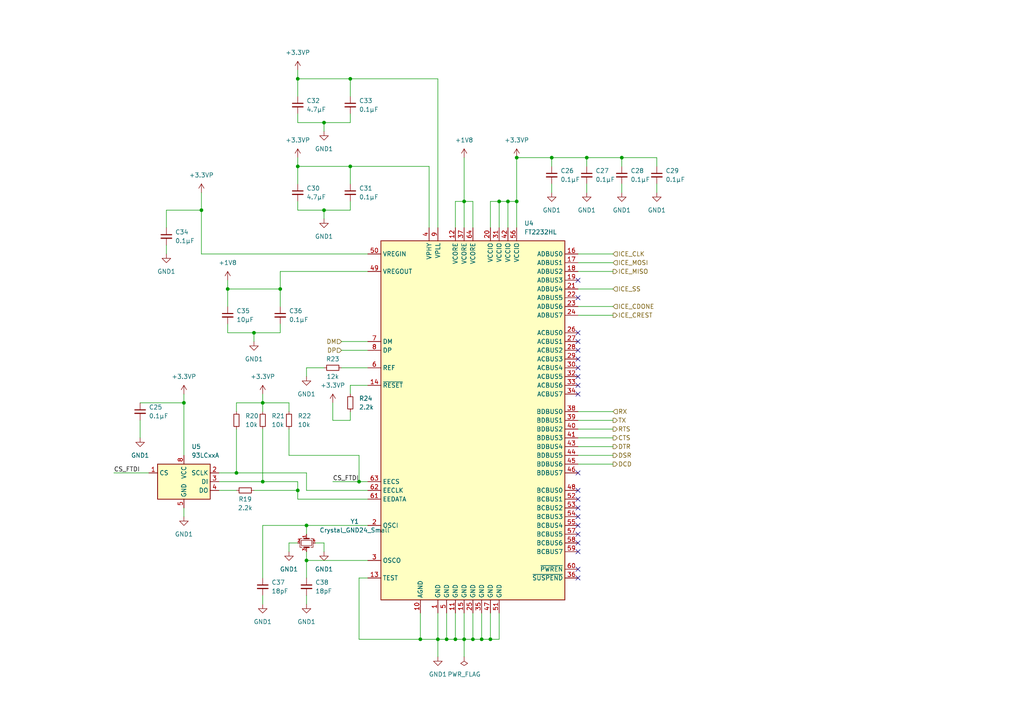
<source format=kicad_sch>
(kicad_sch (version 20230121) (generator eeschema)
  (paper "A4")
  (lib_symbols
    (symbol "Device:C_Small" (pin_numbers hide) (pin_names (offset 0.254) hide)
      (property "Reference" "C" (at 0.254 1.778 0))
      (property "Value" "C_Small" (at 0.254 -2.032 0))
      (symbol "C_Small_0_1"
        (polyline (pts (xy -1.524 -0.508) (xy 1.524 -0.508)) (stroke (width 0.3302)))
        (polyline (pts (xy -1.524 0.508) (xy 1.524 0.508)) (stroke (width 0.3048)))
      )
      (symbol "C_Small_1_1"
        (pin passive line (at 0 2.54 270) (length 2.032) (name "~") (number "1"))
        (pin passive line (at 0 -2.54 90) (length 2.032) (name "~") (number "2"))
      )
    )
    (symbol "Device:Crystal_GND24_Small" (pin_names (offset 1.016) hide)
      (property "Reference" "Y" (at 1.27 4.445 0))
      (property "Value" "Crystal_GND24_Small" (at 1.27 2.54 0))
      (symbol "Crystal_GND24_Small_0_1"
        (rectangle (start -0.762 -1.524) (end 0.762 1.524))
        (polyline (pts (xy -1.27 -0.762) (xy -1.27 0.762)) (stroke (width 0.381)))
        (polyline (pts (xy 1.27 -0.762) (xy 1.27 0.762)) (stroke (width 0.381)))
        (polyline (pts (xy -1.27 -1.27) (xy -1.27 -1.905) (xy 1.27 -1.905) (xy 1.27 -1.27)))
        (polyline (pts (xy -1.27 1.27) (xy -1.27 1.905) (xy 1.27 1.905) (xy 1.27 1.27)))
      )
      (symbol "Crystal_GND24_Small_1_1"
        (pin passive line (at -2.54 0 0) (length 1.27) (name "1") (number "1"))
        (pin passive line (at 0 -2.54 90) (length 0.635) (name "2") (number "2"))
        (pin passive line (at 2.54 0 180) (length 1.27) (name "3") (number "3"))
        (pin passive line (at 0 2.54 270) (length 0.635) (name "4") (number "4"))
      )
    )
    (symbol "Device:R_Small" (pin_numbers hide) (pin_names (offset 0.254) hide)
      (property "Reference" "R" (at 0.762 0.508 0))
      (property "Value" "R_Small" (at 0.762 -1.016 0))
      (symbol "R_Small_0_1"
        (rectangle (start -0.762 1.778) (end 0.762 -1.778) (stroke (width 0.2032)))
      )
      (symbol "R_Small_1_1"
        (pin passive line (at 0 2.54 270) (length 0.762) (name "~") (number "1"))
        (pin passive line (at 0 -2.54 90) (length 0.762) (name "~") (number "2"))
      )
    )
    (symbol "Interface_USB:FT2232HL"
      (property "Reference" "U" (at -26.67 53.34 0))
      (property "Value" "FT2232HL" (at 19.05 53.34 0))
      (symbol "FT2232HL_0_1"
        (rectangle (start -26.67 -52.07) (end 26.67 52.07) (stroke (width 0.254)) (fill (type background)))
      )
      (symbol "FT2232HL_1_1"
        (pin power_in line (at -10.16 -55.88 90) (length 3.81) (name "GND") (number "1"))
        (pin power_in line (at -15.24 -55.88 90) (length 3.81) (name "AGND") (number "10"))
        (pin power_in line (at -5.08 -55.88 90) (length 3.81) (name "GND") (number "11"))
        (pin power_in line (at -5.08 55.88 270) (length 3.81) (name "VCORE") (number "12"))
        (pin input line (at -30.48 -45.72 0) (length 3.81) (name "TEST") (number "13"))
        (pin input line (at -30.48 10.16 0) (length 3.81) (name "~{RESET}") (number "14"))
        (pin power_in line (at -2.54 -55.88 90) (length 3.81) (name "GND") (number "15"))
        (pin bidirectional line (at 30.48 48.26 180) (length 3.81) (name "ADBUS0") (number "16"))
        (pin bidirectional line (at 30.48 45.72 180) (length 3.81) (name "ADBUS1") (number "17"))
        (pin bidirectional line (at 30.48 43.18 180) (length 3.81) (name "ADBUS2") (number "18"))
        (pin bidirectional line (at 30.48 40.64 180) (length 3.81) (name "ADBUS3") (number "19"))
        (pin input line (at -30.48 -30.48 0) (length 3.81) (name "OSCI") (number "2"))
        (pin power_in line (at 5.08 55.88 270) (length 3.81) (name "VCCIO") (number "20"))
        (pin bidirectional line (at 30.48 38.1 180) (length 3.81) (name "ADBUS4") (number "21"))
        (pin bidirectional line (at 30.48 35.56 180) (length 3.81) (name "ADBUS5") (number "22"))
        (pin bidirectional line (at 30.48 33.02 180) (length 3.81) (name "ADBUS6") (number "23"))
        (pin bidirectional line (at 30.48 30.48 180) (length 3.81) (name "ADBUS7") (number "24"))
        (pin power_in line (at 0 -55.88 90) (length 3.81) (name "GND") (number "25"))
        (pin bidirectional line (at 30.48 25.4 180) (length 3.81) (name "ACBUS0") (number "26"))
        (pin bidirectional line (at 30.48 22.86 180) (length 3.81) (name "ACBUS1") (number "27"))
        (pin bidirectional line (at 30.48 20.32 180) (length 3.81) (name "ACBUS2") (number "28"))
        (pin bidirectional line (at 30.48 17.78 180) (length 3.81) (name "ACBUS3") (number "29"))
        (pin output line (at -30.48 -40.64 0) (length 3.81) (name "OSCO") (number "3"))
        (pin bidirectional line (at 30.48 15.24 180) (length 3.81) (name "ACBUS4") (number "30"))
        (pin power_in line (at 7.62 55.88 270) (length 3.81) (name "VCCIO") (number "31"))
        (pin bidirectional line (at 30.48 12.7 180) (length 3.81) (name "ACBUS5") (number "32"))
        (pin bidirectional line (at 30.48 10.16 180) (length 3.81) (name "ACBUS6") (number "33"))
        (pin bidirectional line (at 30.48 7.62 180) (length 3.81) (name "ACBUS7") (number "34"))
        (pin power_in line (at 2.54 -55.88 90) (length 3.81) (name "GND") (number "35"))
        (pin output line (at 30.48 -45.72 180) (length 3.81) (name "~{SUSPEND}") (number "36"))
        (pin power_in line (at -2.54 55.88 270) (length 3.81) (name "VCORE") (number "37"))
        (pin bidirectional line (at 30.48 2.54 180) (length 3.81) (name "BDBUS0") (number "38"))
        (pin bidirectional line (at 30.48 0 180) (length 3.81) (name "BDBUS1") (number "39"))
        (pin power_in line (at -12.7 55.88 270) (length 3.81) (name "VPHY") (number "4"))
        (pin bidirectional line (at 30.48 -2.54 180) (length 3.81) (name "BDBUS2") (number "40"))
        (pin bidirectional line (at 30.48 -5.08 180) (length 3.81) (name "BDBUS3") (number "41"))
        (pin power_in line (at 10.16 55.88 270) (length 3.81) (name "VCCIO") (number "42"))
        (pin bidirectional line (at 30.48 -7.62 180) (length 3.81) (name "BDBUS4") (number "43"))
        (pin bidirectional line (at 30.48 -10.16 180) (length 3.81) (name "BDBUS5") (number "44"))
        (pin bidirectional line (at 30.48 -12.7 180) (length 3.81) (name "BDBUS6") (number "45"))
        (pin bidirectional line (at 30.48 -15.24 180) (length 3.81) (name "BDBUS7") (number "46"))
        (pin power_in line (at 5.08 -55.88 90) (length 3.81) (name "GND") (number "47"))
        (pin bidirectional line (at 30.48 -20.32 180) (length 3.81) (name "BCBUS0") (number "48"))
        (pin power_out line (at -30.48 43.18 0) (length 3.81) (name "VREGOUT") (number "49"))
        (pin power_in line (at -7.62 -55.88 90) (length 3.81) (name "GND") (number "5"))
        (pin power_in line (at -30.48 48.26 0) (length 3.81) (name "VREGIN") (number "50"))
        (pin power_in line (at 7.62 -55.88 90) (length 3.81) (name "GND") (number "51"))
        (pin bidirectional line (at 30.48 -22.86 180) (length 3.81) (name "BCBUS1") (number "52"))
        (pin bidirectional line (at 30.48 -25.4 180) (length 3.81) (name "BCBUS2") (number "53"))
        (pin bidirectional line (at 30.48 -27.94 180) (length 3.81) (name "BCBUS3") (number "54"))
        (pin bidirectional line (at 30.48 -30.48 180) (length 3.81) (name "BCBUS4") (number "55"))
        (pin power_in line (at 12.7 55.88 270) (length 3.81) (name "VCCIO") (number "56"))
        (pin bidirectional line (at 30.48 -33.02 180) (length 3.81) (name "BCBUS5") (number "57"))
        (pin bidirectional line (at 30.48 -35.56 180) (length 3.81) (name "BCBUS6") (number "58"))
        (pin bidirectional line (at 30.48 -38.1 180) (length 3.81) (name "BCBUS7") (number "59"))
        (pin output line (at -30.48 15.24 0) (length 3.81) (name "REF") (number "6"))
        (pin output line (at 30.48 -43.18 180) (length 3.81) (name "~{PWREN}") (number "60"))
        (pin bidirectional line (at -30.48 -22.86 0) (length 3.81) (name "EEDATA") (number "61"))
        (pin output line (at -30.48 -20.32 0) (length 3.81) (name "EECLK") (number "62"))
        (pin output line (at -30.48 -17.78 0) (length 3.81) (name "EECS") (number "63"))
        (pin power_in line (at 0 55.88 270) (length 3.81) (name "VCORE") (number "64"))
        (pin bidirectional line (at -30.48 22.86 0) (length 3.81) (name "DM") (number "7"))
        (pin bidirectional line (at -30.48 20.32 0) (length 3.81) (name "DP") (number "8"))
        (pin input line (at -10.16 55.88 270) (length 3.81) (name "VPLL") (number "9"))
      )
    )
    (symbol "Memory_EEPROM:93LCxxA"
      (property "Reference" "U" (at -7.62 6.35 0))
      (property "Value" "93LCxxA" (at 2.54 -6.35 0))
      (symbol "93LCxxA_1_1"
        (rectangle (start -7.62 5.08) (end 7.62 -5.08) (stroke (width 0.254)) (fill (type background)))
        (pin input line (at -10.16 2.54 0) (length 2.54) (name "CS") (number "1"))
        (pin input line (at 10.16 2.54 180) (length 2.54) (name "SCLK") (number "2"))
        (pin input line (at 10.16 0 180) (length 2.54) (name "DI") (number "3"))
        (pin tri_state line (at 10.16 -2.54 180) (length 2.54) (name "DO") (number "4"))
        (pin power_in line (at 0 -7.62 90) (length 2.54) (name "GND") (number "5"))
        (pin no_connect line (at -7.62 0 0) (length 2.54) hide (name "NC") (number "6"))
        (pin no_connect line (at -7.62 -2.54 0) (length 2.54) hide (name "NC") (number "7"))
        (pin power_in line (at 0 7.62 270) (length 2.54) (name "VCC") (number "8"))
      )
    )
    (symbol "power:+1V8" (power) (pin_names (offset 0))
      (property "Value" "+1V8" (at 0 3.556 0))
      (symbol "+1V8_0_1"
        (polyline (pts (xy -0.762 1.27) (xy 0 2.54)))
        (polyline (pts (xy 0 0) (xy 0 2.54)))
        (polyline (pts (xy 0 2.54) (xy 0.762 1.27)))
      )
      (symbol "+1V8_1_1"
        (pin power_in line (at 0 0 90) (length 0) hide (name "+1V8") (number "1"))
      )
    )
    (symbol "power:+3.3VP" (power) (pin_names (offset 0))
      (property "Value" "+3.3VP" (at 0 2.54 0))
      (symbol "+3.3VP_0_0"
        (pin power_in line (at 0 0 90) (length 0) hide (name "+3.3VP") (number "1"))
      )
      (symbol "+3.3VP_0_1"
        (polyline (pts (xy -0.762 1.27) (xy 0 2.54)))
        (polyline (pts (xy 0 0) (xy 0 2.54)))
        (polyline (pts (xy 0 2.54) (xy 0.762 1.27)))
      )
    )
    (symbol "power:GND1" (power) (pin_names (offset 0))
      (property "Value" "GND1" (at 0 -3.81 0))
      (symbol "GND1_0_1"
        (polyline (pts (xy 0 0) (xy 0 -1.27) (xy 1.27 -1.27) (xy 0 -2.54) (xy -1.27 -1.27) (xy 0 -1.27)))
      )
      (symbol "GND1_1_1"
        (pin power_in line (at 0 0 270) (length 0) hide (name "GND1") (number "1"))
      )
    )
    (symbol "power:PWR_FLAG" (power) (pin_numbers hide) (pin_names (offset 0) hide)
      (property "Value" "PWR_FLAG" (at 0 3.81 0))
      (symbol "PWR_FLAG_0_0"
        (pin power_out line (at 0 0 90) (length 0) (name "pwr") (number "1"))
      )
      (symbol "PWR_FLAG_0_1"
        (polyline (pts (xy 0 0) (xy 0 1.27) (xy -1.016 1.905) (xy 0 2.54) (xy 1.016 1.905) (xy 0 1.27)))
      )
    )
  )
  (junction (at 86.36 142.24))
  (junction (at 73.66 96.52))
  (junction (at 68.58 137.16))
  (junction (at 58.42 60.96))
  (junction (at 88.9 152.4))
  (junction (at 149.86 58.42))
  (junction (at 134.62 185.42))
  (junction (at 149.86 45.72))
  (junction (at 66.04 83.82))
  (junction (at 104.14 139.7))
  (junction (at 86.36 22.86))
  (junction (at 101.6 48.26))
  (junction (at 101.6 22.86))
  (junction (at 93.98 60.96))
  (junction (at 139.7 185.42))
  (junction (at 76.2 139.7))
  (junction (at 76.2 116.84))
  (junction (at 144.78 58.42))
  (junction (at 86.36 48.26))
  (junction (at 81.28 83.82))
  (junction (at 142.24 185.42))
  (junction (at 93.98 35.56))
  (junction (at 147.32 58.42))
  (junction (at 132.08 185.42))
  (junction (at 53.34 116.84))
  (junction (at 180.34 45.72))
  (junction (at 127 185.42))
  (junction (at 129.54 185.42))
  (junction (at 160.02 45.72))
  (junction (at 170.18 45.72))
  (junction (at 121.92 185.42))
  (junction (at 88.9 162.56))
  (junction (at 137.16 185.42))
  (junction (at 134.62 58.42))
  (no_connect (at 167.64 109.22))
  (no_connect (at 167.64 114.3))
  (no_connect (at 167.64 147.32))
  (no_connect (at 167.64 101.6))
  (no_connect (at 167.64 149.86))
  (no_connect (at 167.64 106.68))
  (no_connect (at 167.64 154.94))
  (no_connect (at 167.64 111.76))
  (no_connect (at 167.64 160.02))
  (no_connect (at 167.64 142.24))
  (no_connect (at 167.64 99.06))
  (no_connect (at 167.64 165.1))
  (no_connect (at 167.64 104.14))
  (no_connect (at 167.64 144.78))
  (no_connect (at 167.64 152.4))
  (no_connect (at 167.64 86.36))
  (no_connect (at 167.64 137.16))
  (no_connect (at 167.64 96.52))
  (no_connect (at 167.64 157.48))
  (no_connect (at 167.64 167.64))
  (no_connect (at 167.64 81.28))
  (wire (pts (xy 68.58 124.46) (xy 68.58 137.16)))
  (wire (pts (xy 134.62 45.72) (xy 134.62 58.42)))
  (wire (pts (xy 96.52 116.84) (xy 96.52 121.92)))
  (wire (pts (xy 101.6 114.3) (xy 101.6 111.76)))
  (wire (pts (xy 160.02 45.72) (xy 149.86 45.72)))
  (wire (pts (xy 76.2 152.4) (xy 76.2 167.64)))
  (wire (pts (xy 76.2 152.4) (xy 88.9 152.4)))
  (wire (pts (xy 121.92 185.42) (xy 121.92 177.8)))
  (wire (pts (xy 170.18 53.34) (xy 170.18 55.88)))
  (wire (pts (xy 167.64 134.62) (xy 177.8 134.62)))
  (wire (pts (xy 66.04 81.28) (xy 66.04 83.82)))
  (wire (pts (xy 124.46 48.26) (xy 124.46 66.04)))
  (wire (pts (xy 73.66 142.24) (xy 86.36 142.24)))
  (wire (pts (xy 149.86 45.72) (xy 149.86 58.42)))
  (wire (pts (xy 58.42 73.66) (xy 106.68 73.66)))
  (wire (pts (xy 73.66 96.52) (xy 81.28 96.52)))
  (wire (pts (xy 66.04 83.82) (xy 81.28 83.82)))
  (wire (pts (xy 40.64 121.92) (xy 40.64 127)))
  (wire (pts (xy 167.64 73.66) (xy 177.8 73.66)))
  (wire (pts (xy 81.28 83.82) (xy 81.28 88.9)))
  (wire (pts (xy 63.5 142.24) (xy 68.58 142.24)))
  (wire (pts (xy 93.98 35.56) (xy 93.98 38.1)))
  (wire (pts (xy 76.2 116.84) (xy 76.2 119.38)))
  (wire (pts (xy 68.58 116.84) (xy 76.2 116.84)))
  (wire (pts (xy 170.18 48.26) (xy 170.18 45.72)))
  (wire (pts (xy 88.9 106.68) (xy 93.98 106.68)))
  (wire (pts (xy 93.98 157.48) (xy 91.44 157.48)))
  (wire (pts (xy 134.62 58.42) (xy 134.62 66.04)))
  (wire (pts (xy 167.64 91.44) (xy 177.8 91.44)))
  (wire (pts (xy 134.62 185.42) (xy 132.08 185.42)))
  (wire (pts (xy 48.26 60.96) (xy 58.42 60.96)))
  (wire (pts (xy 137.16 177.8) (xy 137.16 185.42)))
  (wire (pts (xy 101.6 111.76) (xy 106.68 111.76)))
  (wire (pts (xy 101.6 58.42) (xy 101.6 60.96)))
  (wire (pts (xy 180.34 45.72) (xy 190.5 45.72)))
  (wire (pts (xy 83.82 119.38) (xy 83.82 116.84)))
  (wire (pts (xy 73.66 96.52) (xy 66.04 96.52)))
  (wire (pts (xy 76.2 139.7) (xy 86.36 139.7)))
  (wire (pts (xy 93.98 60.96) (xy 93.98 63.5)))
  (wire (pts (xy 160.02 48.26) (xy 160.02 45.72)))
  (wire (pts (xy 93.98 35.56) (xy 86.36 35.56)))
  (wire (pts (xy 86.36 20.32) (xy 86.36 22.86)))
  (wire (pts (xy 86.36 142.24) (xy 86.36 144.78)))
  (wire (pts (xy 167.64 88.9) (xy 177.8 88.9)))
  (wire (pts (xy 73.66 96.52) (xy 73.66 99.06)))
  (wire (pts (xy 81.28 78.74) (xy 106.68 78.74)))
  (wire (pts (xy 88.9 162.56) (xy 106.68 162.56)))
  (wire (pts (xy 134.62 185.42) (xy 134.62 190.5)))
  (wire (pts (xy 86.36 157.48) (xy 83.82 157.48)))
  (wire (pts (xy 139.7 177.8) (xy 139.7 185.42)))
  (wire (pts (xy 86.36 139.7) (xy 86.36 142.24)))
  (wire (pts (xy 167.64 119.38) (xy 177.8 119.38)))
  (wire (pts (xy 139.7 185.42) (xy 137.16 185.42)))
  (wire (pts (xy 129.54 177.8) (xy 129.54 185.42)))
  (wire (pts (xy 96.52 139.7) (xy 104.14 139.7)))
  (wire (pts (xy 88.9 172.72) (xy 88.9 175.26)))
  (wire (pts (xy 101.6 33.02) (xy 101.6 35.56)))
  (wire (pts (xy 88.9 162.56) (xy 88.9 167.64)))
  (wire (pts (xy 40.64 116.84) (xy 53.34 116.84)))
  (wire (pts (xy 106.68 167.64) (xy 104.14 167.64)))
  (wire (pts (xy 104.14 167.64) (xy 104.14 185.42)))
  (wire (pts (xy 142.24 185.42) (xy 139.7 185.42)))
  (wire (pts (xy 86.36 144.78) (xy 106.68 144.78)))
  (wire (pts (xy 93.98 60.96) (xy 86.36 60.96)))
  (wire (pts (xy 127 177.8) (xy 127 185.42)))
  (wire (pts (xy 180.34 48.26) (xy 180.34 45.72)))
  (wire (pts (xy 53.34 147.32) (xy 53.34 149.86)))
  (wire (pts (xy 190.5 48.26) (xy 190.5 45.72)))
  (wire (pts (xy 86.36 48.26) (xy 86.36 53.34)))
  (wire (pts (xy 101.6 22.86) (xy 127 22.86)))
  (wire (pts (xy 58.42 60.96) (xy 58.42 73.66)))
  (wire (pts (xy 48.26 71.12) (xy 48.26 73.66)))
  (wire (pts (xy 76.2 116.84) (xy 83.82 116.84)))
  (wire (pts (xy 104.14 132.08) (xy 104.14 139.7)))
  (wire (pts (xy 144.78 58.42) (xy 142.24 58.42)))
  (wire (pts (xy 83.82 157.48) (xy 83.82 160.02)))
  (wire (pts (xy 33.02 137.16) (xy 43.18 137.16)))
  (wire (pts (xy 132.08 66.04) (xy 132.08 58.42)))
  (wire (pts (xy 149.86 66.04) (xy 149.86 58.42)))
  (wire (pts (xy 53.34 116.84) (xy 53.34 132.08)))
  (wire (pts (xy 132.08 58.42) (xy 134.62 58.42)))
  (wire (pts (xy 48.26 60.96) (xy 48.26 66.04)))
  (wire (pts (xy 93.98 157.48) (xy 93.98 160.02)))
  (wire (pts (xy 144.78 185.42) (xy 142.24 185.42)))
  (wire (pts (xy 93.98 35.56) (xy 101.6 35.56)))
  (wire (pts (xy 88.9 142.24) (xy 106.68 142.24)))
  (wire (pts (xy 160.02 53.34) (xy 160.02 55.88)))
  (wire (pts (xy 167.64 78.74) (xy 177.8 78.74)))
  (wire (pts (xy 63.5 139.7) (xy 76.2 139.7)))
  (wire (pts (xy 142.24 177.8) (xy 142.24 185.42)))
  (wire (pts (xy 180.34 53.34) (xy 180.34 55.88)))
  (wire (pts (xy 129.54 185.42) (xy 127 185.42)))
  (wire (pts (xy 104.14 185.42) (xy 121.92 185.42)))
  (wire (pts (xy 83.82 132.08) (xy 104.14 132.08)))
  (wire (pts (xy 104.14 139.7) (xy 106.68 139.7)))
  (wire (pts (xy 66.04 96.52) (xy 66.04 93.98)))
  (wire (pts (xy 86.36 22.86) (xy 86.36 27.94)))
  (wire (pts (xy 58.42 55.88) (xy 58.42 60.96)))
  (wire (pts (xy 88.9 106.68) (xy 88.9 109.22)))
  (wire (pts (xy 144.78 58.42) (xy 144.78 66.04)))
  (wire (pts (xy 167.64 132.08) (xy 177.8 132.08)))
  (wire (pts (xy 167.64 127) (xy 177.8 127)))
  (wire (pts (xy 101.6 121.92) (xy 101.6 119.38)))
  (wire (pts (xy 86.36 22.86) (xy 101.6 22.86)))
  (wire (pts (xy 190.5 53.34) (xy 190.5 55.88)))
  (wire (pts (xy 167.64 124.46) (xy 177.8 124.46)))
  (wire (pts (xy 88.9 152.4) (xy 106.68 152.4)))
  (wire (pts (xy 101.6 22.86) (xy 101.6 27.94)))
  (wire (pts (xy 83.82 124.46) (xy 83.82 132.08)))
  (wire (pts (xy 53.34 114.3) (xy 53.34 116.84)))
  (wire (pts (xy 134.62 58.42) (xy 137.16 58.42)))
  (wire (pts (xy 167.64 83.82) (xy 177.8 83.82)))
  (wire (pts (xy 86.36 48.26) (xy 101.6 48.26)))
  (wire (pts (xy 81.28 83.82) (xy 81.28 78.74)))
  (wire (pts (xy 160.02 45.72) (xy 170.18 45.72)))
  (wire (pts (xy 134.62 177.8) (xy 134.62 185.42)))
  (wire (pts (xy 96.52 121.92) (xy 101.6 121.92)))
  (wire (pts (xy 167.64 129.54) (xy 177.8 129.54)))
  (wire (pts (xy 76.2 172.72) (xy 76.2 175.26)))
  (wire (pts (xy 66.04 83.82) (xy 66.04 88.9)))
  (wire (pts (xy 127 22.86) (xy 127 66.04)))
  (wire (pts (xy 88.9 160.02) (xy 88.9 162.56)))
  (wire (pts (xy 68.58 137.16) (xy 88.9 137.16)))
  (wire (pts (xy 76.2 124.46) (xy 76.2 139.7)))
  (wire (pts (xy 99.06 101.6) (xy 106.68 101.6)))
  (wire (pts (xy 167.64 76.2) (xy 177.8 76.2)))
  (wire (pts (xy 127 185.42) (xy 127 190.5)))
  (wire (pts (xy 93.98 60.96) (xy 101.6 60.96)))
  (wire (pts (xy 132.08 185.42) (xy 129.54 185.42)))
  (wire (pts (xy 86.36 60.96) (xy 86.36 58.42)))
  (wire (pts (xy 88.9 154.94) (xy 88.9 152.4)))
  (wire (pts (xy 132.08 177.8) (xy 132.08 185.42)))
  (wire (pts (xy 81.28 93.98) (xy 81.28 96.52)))
  (wire (pts (xy 147.32 58.42) (xy 147.32 66.04)))
  (wire (pts (xy 63.5 137.16) (xy 68.58 137.16)))
  (wire (pts (xy 137.16 58.42) (xy 137.16 66.04)))
  (wire (pts (xy 99.06 99.06) (xy 106.68 99.06)))
  (wire (pts (xy 76.2 114.3) (xy 76.2 116.84)))
  (wire (pts (xy 101.6 48.26) (xy 101.6 53.34)))
  (wire (pts (xy 101.6 48.26) (xy 124.46 48.26)))
  (wire (pts (xy 68.58 119.38) (xy 68.58 116.84)))
  (wire (pts (xy 147.32 58.42) (xy 144.78 58.42)))
  (wire (pts (xy 86.36 35.56) (xy 86.36 33.02)))
  (wire (pts (xy 170.18 45.72) (xy 180.34 45.72)))
  (wire (pts (xy 127 185.42) (xy 121.92 185.42)))
  (wire (pts (xy 88.9 137.16) (xy 88.9 142.24)))
  (wire (pts (xy 99.06 106.68) (xy 106.68 106.68)))
  (wire (pts (xy 149.86 58.42) (xy 147.32 58.42)))
  (wire (pts (xy 86.36 45.72) (xy 86.36 48.26)))
  (wire (pts (xy 142.24 58.42) (xy 142.24 66.04)))
  (wire (pts (xy 144.78 177.8) (xy 144.78 185.42)))
  (wire (pts (xy 167.64 121.92) (xy 177.8 121.92)))
  (wire (pts (xy 137.16 185.42) (xy 134.62 185.42)))
  (label "CS_FTDI" (at 96.52 139.7 0))
  (label "CS_FTDI" (at 33.02 137.16 0))
  (hierarchical_label "DP" (shape input) (at 99.06 101.6 180))
  (hierarchical_label "DM" (shape input) (at 99.06 99.06 180))
  (hierarchical_label "RX" (shape input) (at 177.8 119.38 0))
  (hierarchical_label "ICE_CLK" (shape input) (at 177.8 73.66 0))
  (hierarchical_label "TX" (shape output) (at 177.8 121.92 0))
  (hierarchical_label "ICE_MISO" (shape output) (at 177.8 78.74 0))
  (hierarchical_label "DCD" (shape output) (at 177.8 134.62 0))
  (hierarchical_label "DSR" (shape output) (at 177.8 132.08 0))
  (hierarchical_label "ICE_CDONE" (shape input) (at 177.8 88.9 0))
  (hierarchical_label "ICE_CREST" (shape output) (at 177.8 91.44 0))
  (hierarchical_label "ICE_MOSI" (shape input) (at 177.8 76.2 0))
  (hierarchical_label "DTR" (shape output) (at 177.8 129.54 0))
  (hierarchical_label "RTS" (shape output) (at 177.8 124.46 0))
  (hierarchical_label "ICE_SS" (shape input) (at 177.8 83.82 0))
  (hierarchical_label "CTS" (shape output) (at 177.8 127 0))
  (symbol (lib_id "power:+3.3VP") (at 53.34 114.3 0) (unit 1)
    (property "Reference" "#PWR055" (effects hide))
    (property "Value" "+3.3VP" (at 53.34 109.22 0))
  )
  (symbol (lib_id "power:GND1") (at 93.98 38.1 0) (unit 1)
    (property "Reference" "#PWR067" (effects hide))
    (property "Value" "GND1" (at 93.98 43.18 0))
  )
  (symbol (lib_id "power:GND1") (at 48.26 73.66 0) (unit 1)
    (property "Reference" "#PWR070" (effects hide))
    (property "Value" "GND1" (at 48.26 78.74 0))
  )
  (symbol (lib_id "Device:R_Small") (at 71.12 142.24 90) (unit 1)
    (property "Reference" "R19" (at 71.12 144.78 90))
    (property "Value" "2.2k" (at 71.12 147.32 90))
    (property "Footprint" "Resistor_SMD:R_0603_1608Metric" (effects hide))
  )
  (symbol (lib_id "Device:Crystal_GND24_Small") (at 88.9 157.48 270) (unit 1)
    (property "Reference" "Y1" (at 102.87 151.2503 90))
    (property "Value" "Crystal_GND24_Small" (at 102.87 153.7903 90))
    (property "Footprint" "Crystal:Crystal_SMD_3225-4Pin_3.2x2.5mm" (effects hide))
    (property "Datasheet" "https://www.mouser.de/ProductDetail/ABRACON/ABM8AIG-12.000MHZ-1Z-T?qs=uwxL4vQweFO5XCxMHCFfeA%3D%3D" (effects hide))
  )
  (symbol (lib_id "power:GND1") (at 76.2 175.26 0) (unit 1)
    (property "Reference" "#PWR075" (effects hide))
    (property "Value" "GND1" (at 76.2 180.34 0))
  )
  (symbol (lib_id "Device:C_Small") (at 101.6 30.48 0) (unit 1)
    (property "Reference" "C33" (at 104.14 29.2163 0) (effects (justify left)))
    (property "Value" "0.1µF" (at 104.14 31.7563 0) (effects (justify left)))
    (property "Footprint" "Capacitor_SMD:C_0603_1608Metric" (effects hide))
  )
  (symbol (lib_id "Device:C_Small") (at 81.28 91.44 0) (unit 1)
    (property "Reference" "C36" (at 83.82 90.1763 0) (effects (justify left)))
    (property "Value" "0.1µF" (at 83.82 92.7163 0) (effects (justify left)))
    (property "Footprint" "Capacitor_SMD:C_0603_1608Metric" (effects hide))
  )
  (symbol (lib_id "power:GND1") (at 170.18 55.88 0) (unit 1)
    (property "Reference" "#PWR061" (effects hide))
    (property "Value" "GND1" (at 170.18 60.96 0))
  )
  (symbol (lib_id "power:+3.3VP") (at 76.2 114.3 0) (unit 1)
    (property "Reference" "#PWR057" (effects hide))
    (property "Value" "+3.3VP" (at 76.2 109.22 0))
  )
  (symbol (lib_id "Device:C_Small") (at 88.9 170.18 0) (unit 1)
    (property "Reference" "C38" (at 91.44 168.9163 0) (effects (justify left)))
    (property "Value" "18pF" (at 91.44 171.4563 0) (effects (justify left)))
    (property "Footprint" "Capacitor_SMD:C_0603_1608Metric" (effects hide))
  )
  (symbol (lib_id "power:+3.3VP") (at 86.36 45.72 0) (unit 1)
    (property "Reference" "#PWR066" (effects hide))
    (property "Value" "+3.3VP" (at 86.36 40.64 0))
  )
  (symbol (lib_id "Device:C_Small") (at 180.34 50.8 0) (unit 1)
    (property "Reference" "C28" (at 182.88 49.5363 0) (effects (justify left)))
    (property "Value" "0.1µF" (at 182.88 52.0763 0) (effects (justify left)))
    (property "Footprint" "Capacitor_SMD:C_0603_1608Metric" (effects hide))
  )
  (symbol (lib_id "power:GND1") (at 83.82 160.02 0) (unit 1)
    (property "Reference" "#PWR078" (effects hide))
    (property "Value" "GND1" (at 83.82 165.1 0))
  )
  (symbol (lib_id "Device:R_Small") (at 101.6 116.84 0) (unit 1)
    (property "Reference" "R24" (at 104.14 115.57 0) (effects (justify left)))
    (property "Value" "2.2k" (at 104.14 118.11 0) (effects (justify left)))
    (property "Footprint" "Resistor_SMD:R_0603_1608Metric" (effects hide))
  )
  (symbol (lib_id "Device:C_Small") (at 76.2 170.18 0) (unit 1)
    (property "Reference" "C37" (at 78.74 168.9163 0) (effects (justify left)))
    (property "Value" "18pF" (at 78.74 171.4563 0) (effects (justify left)))
    (property "Footprint" "Capacitor_SMD:C_0603_1608Metric" (effects hide))
  )
  (symbol (lib_id "Device:C_Small") (at 48.26 68.58 0) (unit 1)
    (property "Reference" "C34" (at 50.8 67.3163 0) (effects (justify left)))
    (property "Value" "0.1µF" (at 50.8 69.8563 0) (effects (justify left)))
    (property "Footprint" "Capacitor_SMD:C_0603_1608Metric" (effects hide))
  )
  (symbol (lib_id "power:GND1") (at 180.34 55.88 0) (unit 1)
    (property "Reference" "#PWR062" (effects hide))
    (property "Value" "GND1" (at 180.34 60.96 0))
  )
  (symbol (lib_id "power:+3.3VP") (at 86.36 20.32 0) (unit 1)
    (property "Reference" "#PWR065" (effects hide))
    (property "Value" "+3.3VP" (at 86.36 15.24 0))
  )
  (symbol (lib_id "Device:C_Small") (at 101.6 55.88 0) (unit 1)
    (property "Reference" "C31" (at 104.14 54.6163 0) (effects (justify left)))
    (property "Value" "0.1µF" (at 104.14 57.1563 0) (effects (justify left)))
    (property "Footprint" "Capacitor_SMD:C_0603_1608Metric" (effects hide))
  )
  (symbol (lib_id "power:+3.3VP") (at 58.42 55.88 0) (unit 1)
    (property "Reference" "#PWR069" (effects hide))
    (property "Value" "+3.3VP" (at 58.42 50.8 0))
  )
  (symbol (lib_id "power:GND1") (at 40.64 127 0) (unit 1)
    (property "Reference" "#PWR077" (effects hide))
    (property "Value" "GND1" (at 40.64 132.08 0))
  )
  (symbol (lib_id "power:+3.3VP") (at 96.52 116.84 0) (unit 1)
    (property "Reference" "#PWR074" (effects hide))
    (property "Value" "+3.3VP" (at 96.52 111.76 0))
  )
  (symbol (lib_id "Device:C_Small") (at 40.64 119.38 0) (unit 1)
    (property "Reference" "C25" (at 43.18 118.1163 0) (effects (justify left)))
    (property "Value" "0.1µF" (at 43.18 120.6563 0) (effects (justify left)))
    (property "Footprint" "Capacitor_SMD:C_0603_1608Metric" (effects hide))
  )
  (symbol (lib_id "power:GND1") (at 73.66 99.06 0) (unit 1)
    (property "Reference" "#PWR072" (effects hide))
    (property "Value" "GND1" (at 73.66 104.14 0))
  )
  (symbol (lib_id "power:GND1") (at 53.34 149.86 0) (unit 1)
    (property "Reference" "#PWR054" (effects hide))
    (property "Value" "GND1" (at 53.34 154.94 0))
  )
  (symbol (lib_id "power:GND1") (at 160.02 55.88 0) (unit 1)
    (property "Reference" "#PWR060" (effects hide))
    (property "Value" "GND1" (at 160.02 60.96 0))
  )
  (symbol (lib_id "Device:C_Small") (at 170.18 50.8 0) (unit 1)
    (property "Reference" "C27" (at 172.72 49.5363 0) (effects (justify left)))
    (property "Value" "0.1µF" (at 172.72 52.0763 0) (effects (justify left)))
    (property "Footprint" "Capacitor_SMD:C_0603_1608Metric" (effects hide))
  )
  (symbol (lib_id "power:GND1") (at 190.5 55.88 0) (unit 1)
    (property "Reference" "#PWR063" (effects hide))
    (property "Value" "GND1" (at 190.5 60.96 0))
  )
  (symbol (lib_id "power:GND1") (at 93.98 63.5 0) (unit 1)
    (property "Reference" "#PWR068" (effects hide))
    (property "Value" "GND1" (at 93.98 68.58 0))
  )
  (symbol (lib_id "power:+1V8") (at 66.04 81.28 0) (unit 1)
    (property "Reference" "#PWR071" (effects hide))
    (property "Value" "+1V8" (at 66.04 76.2 0))
  )
  (symbol (lib_id "Device:C_Small") (at 190.5 50.8 0) (unit 1)
    (property "Reference" "C29" (at 193.04 49.5363 0) (effects (justify left)))
    (property "Value" "0.1µF" (at 193.04 52.0763 0) (effects (justify left)))
    (property "Footprint" "Capacitor_SMD:C_0603_1608Metric" (effects hide))
  )
  (symbol (lib_id "power:GND1") (at 88.9 175.26 0) (unit 1)
    (property "Reference" "#PWR076" (effects hide))
    (property "Value" "GND1" (at 88.9 180.34 0))
  )
  (symbol (lib_id "Device:R_Small") (at 68.58 121.92 0) (unit 1)
    (property "Reference" "R20" (at 71.12 120.65 0) (effects (justify left)))
    (property "Value" "10k" (at 71.12 123.19 0) (effects (justify left)))
    (property "Footprint" "Resistor_SMD:R_0603_1608Metric" (effects hide))
  )
  (symbol (lib_id "power:+1V8") (at 134.62 45.72 0) (unit 1)
    (property "Reference" "#PWR064" (effects hide))
    (property "Value" "+1V8" (at 134.62 40.64 0))
  )
  (symbol (lib_id "Device:R_Small") (at 76.2 121.92 0) (unit 1)
    (property "Reference" "R21" (at 78.74 120.65 0) (effects (justify left)))
    (property "Value" "10k" (at 78.74 123.19 0) (effects (justify left)))
    (property "Footprint" "Resistor_SMD:R_0603_1608Metric" (effects hide))
  )
  (symbol (lib_id "power:GND1") (at 93.98 160.02 0) (unit 1)
    (property "Reference" "#PWR079" (effects hide))
    (property "Value" "GND1" (at 93.98 165.1 0))
  )
  (symbol (lib_id "Memory_EEPROM:93LCxxA") (at 53.34 139.7 0) (unit 1)
    (property "Reference" "U5" (at 55.5341 129.54 0) (effects (justify left)))
    (property "Value" "93LCxxA" (at 55.5341 132.08 0) (effects (justify left)))
    (property "Footprint" "Package_SO:SOIC-8_3.9x4.9mm_P1.27mm" (effects hide))
    (property "Datasheet" "http://ww1.microchip.com/downloads/en/DeviceDoc/20001749K.pdf" (effects hide))
  )
  (symbol (lib_id "Device:R_Small") (at 96.52 106.68 90) (unit 1)
    (property "Reference" "R23" (at 96.52 104.14 90))
    (property "Value" "12k" (at 96.52 109.22 90))
    (property "Footprint" "Resistor_SMD:R_0603_1608Metric" (effects hide))
  )
  (symbol (lib_id "power:GND1") (at 88.9 109.22 0) (unit 1)
    (property "Reference" "#PWR073" (effects hide))
    (property "Value" "GND1" (at 88.9 114.3 0))
  )
  (symbol (lib_id "power:GND1") (at 127 190.5 0) (unit 1)
    (property "Reference" "#PWR058" (effects hide))
    (property "Value" "GND1" (at 127 195.58 0))
  )
  (symbol (lib_id "Device:C_Small") (at 86.36 55.88 0) (unit 1)
    (property "Reference" "C30" (at 88.9 54.6163 0) (effects (justify left)))
    (property "Value" "4.7µF" (at 88.9 57.1563 0) (effects (justify left)))
    (property "Footprint" "Capacitor_SMD:C_0603_1608Metric" (effects hide))
  )
  (symbol (lib_id "Device:C_Small") (at 160.02 50.8 0) (unit 1)
    (property "Reference" "C26" (at 162.56 49.5363 0) (effects (justify left)))
    (property "Value" "0.1µF" (at 162.56 52.0763 0) (effects (justify left)))
    (property "Footprint" "Capacitor_SMD:C_0603_1608Metric" (effects hide))
  )
  (symbol (lib_id "Device:C_Small") (at 66.04 91.44 0) (unit 1)
    (property "Reference" "C35" (at 68.58 90.1763 0) (effects (justify left)))
    (property "Value" "10µF" (at 68.58 92.7163 0) (effects (justify left)))
    (property "Footprint" "Capacitor_SMD:C_0603_1608Metric" (effects hide))
  )
  (symbol (lib_id "power:PWR_FLAG") (at 134.62 190.5 180) (unit 1)
    (property "Reference" "#FLG03" (effects hide))
    (property "Value" "PWR_FLAG" (at 134.62 195.58 0))
  )
  (symbol (lib_id "power:+3.3VP") (at 149.86 45.72 0) (unit 1)
    (property "Reference" "#PWR059" (effects hide))
    (property "Value" "+3.3VP" (at 149.86 40.64 0))
  )
  (symbol (lib_id "Device:R_Small") (at 83.82 121.92 0) (unit 1)
    (property "Reference" "R22" (at 86.36 120.65 0) (effects (justify left)))
    (property "Value" "10k" (at 86.36 123.19 0) (effects (justify left)))
    (property "Footprint" "Resistor_SMD:R_0603_1608Metric" (effects hide))
  )
  (symbol (lib_id "Interface_USB:FT2232HL") (at 137.16 121.92 0) (unit 1)
    (property "Reference" "U4" (at 152.0541 64.77 0) (effects (justify left)))
    (property "Value" "FT2232HL" (at 152.0541 67.31 0) (effects (justify left)))
    (property "Footprint" "Package_QFP:LQFP-64_10x10mm_P0.5mm" (effects hide))
    (property "Datasheet" "https://www.ftdichip.com/Support/Documents/DataSheets/ICs/DS_FT2232H.pdf" (effects hide))
  )
  (symbol (lib_id "Device:C_Small") (at 86.36 30.48 0) (unit 1)
    (property "Reference" "C32" (at 88.9 29.2163 0) (effects (justify left)))
    (property "Value" "4.7µF" (at 88.9 31.7563 0) (effects (justify left)))
    (property "Footprint" "Capacitor_SMD:C_0603_1608Metric" (effects hide))
  )
)
</source>
